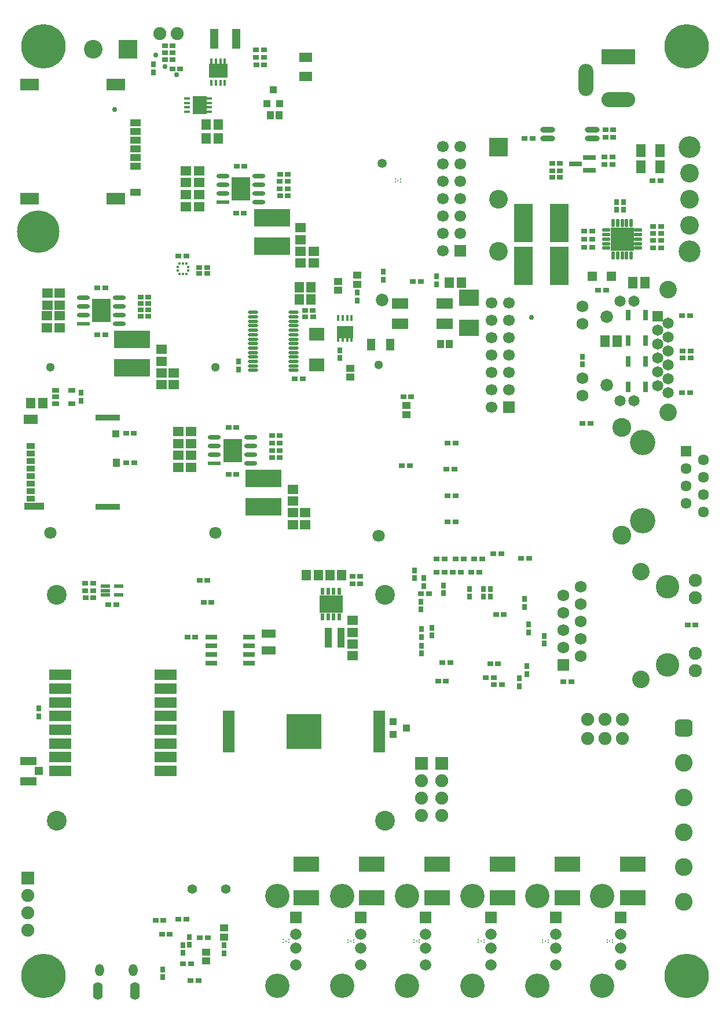
<source format=gbs>
G04*
G04 #@! TF.GenerationSoftware,Altium Limited,Altium Designer,24.0.1 (36)*
G04*
G04 Layer_Color=16711935*
%FSLAX42Y42*%
%MOMM*%
G71*
G04*
G04 #@! TF.SameCoordinates,E1E02590-05F2-4693-A132-99C86EA4FF08*
G04*
G04*
G04 #@! TF.FilePolarity,Negative*
G04*
G01*
G75*
%ADD38R,0.81X0.36*%
%ADD42R,0.36X0.81*%
%ADD62R,0.80X0.95*%
%ADD64R,1.05X1.15*%
%ADD65R,0.95X0.80*%
%ADD71R,1.15X1.05*%
%ADD72R,1.55X1.35*%
%ADD77R,1.10X1.10*%
%ADD79R,1.10X1.10*%
%ADD84R,1.85X1.40*%
%ADD88R,1.32X0.56*%
%ADD95C,1.90*%
%ADD96C,1.35*%
%ADD97C,1.85*%
%ADD98C,6.20*%
%ADD99C,1.93*%
%ADD100C,1.73*%
%ADD101C,1.65*%
%ADD102R,1.73X1.73*%
%ADD103R,1.65X1.65*%
%ADD104R,1.90X1.90*%
%ADD105C,1.70*%
%ADD106C,1.61*%
%ADD107R,1.61X1.61*%
%ADD108C,2.56*%
%ADD109C,2.77*%
%ADD110R,1.66X1.66*%
%ADD111O,4.95X2.20*%
%ADD112C,3.20*%
%ADD113C,2.74*%
%ADD114C,2.60*%
%ADD115R,2.74X2.74*%
%ADD116C,1.66*%
%ADD117C,1.40*%
%ADD118C,3.57*%
%ADD119O,2.20X4.70*%
%ADD120R,4.95X2.20*%
%ADD121R,1.70X1.70*%
%ADD122O,1.30X1.80*%
%ADD123O,1.40X2.60*%
G04:AMPARAMS|DCode=124|XSize=2.6mm|YSize=2.6mm|CornerRadius=0.7mm|HoleSize=0mm|Usage=FLASHONLY|Rotation=90.000|XOffset=0mm|YOffset=0mm|HoleType=Round|Shape=RoundedRectangle|*
%AMROUNDEDRECTD124*
21,1,2.60,1.20,0,0,90.0*
21,1,1.20,2.60,0,0,90.0*
1,1,1.40,0.60,0.60*
1,1,1.40,0.60,-0.60*
1,1,1.40,-0.60,-0.60*
1,1,1.40,-0.60,0.60*
%
%ADD124ROUNDEDRECTD124*%
%ADD125C,3.45*%
%ADD126C,2.90*%
%ADD127C,1.30*%
%ADD128C,1.80*%
%ADD129C,3.71*%
%ADD130C,1.83*%
%ADD131C,6.49*%
%ADD132C,0.76*%
%ADD184C,0.25*%
%ADD190R,2.49X1.50*%
%ADD196R,0.36X0.86*%
%ADD197R,1.27X1.78*%
%ADD198R,2.26X1.88*%
G04:AMPARAMS|DCode=202|XSize=1.93mm|YSize=0.61mm|CornerRadius=0.31mm|HoleSize=0mm|Usage=FLASHONLY|Rotation=0.000|XOffset=0mm|YOffset=0mm|HoleType=Round|Shape=RoundedRectangle|*
%AMROUNDEDRECTD202*
21,1,1.93,0.00,0,0,0.0*
21,1,1.32,0.61,0,0,0.0*
1,1,0.61,0.66,0.00*
1,1,0.61,-0.66,0.00*
1,1,0.61,-0.66,0.00*
1,1,0.61,0.66,0.00*
%
%ADD202ROUNDEDRECTD202*%
%ADD203R,1.93X0.61*%
%ADD218R,2.70X5.60*%
%ADD222R,2.71X3.35*%
%ADD230R,1.55X1.10*%
%ADD231R,2.81X1.76*%
%ADD232R,0.35X0.38*%
%ADD233R,0.38X0.35*%
%ADD234R,2.95X2.36*%
%ADD235R,3.71X2.27*%
%ADD236R,0.53X1.12*%
%ADD237R,1.00X2.90*%
%ADD238R,1.35X1.55*%
%ADD239O,1.50X0.55*%
%ADD240R,3.20X1.60*%
%ADD241R,1.25X1.20*%
%ADD242R,0.75X1.60*%
%ADD243R,5.30X2.55*%
%ADD244R,1.00X0.75*%
%ADD245R,1.30X0.90*%
%ADD246R,0.98X1.25*%
%ADD247R,1.13X1.10*%
%ADD248R,1.70X6.20*%
%ADD249R,1.34X1.67*%
%ADD250R,3.35X3.35*%
G04:AMPARAMS|DCode=251|XSize=1.25mm|YSize=0.54mm|CornerRadius=0.14mm|HoleSize=0mm|Usage=FLASHONLY|Rotation=270.000|XOffset=0mm|YOffset=0mm|HoleType=Round|Shape=RoundedRectangle|*
%AMROUNDEDRECTD251*
21,1,1.25,0.25,0,0,270.0*
21,1,0.97,0.54,0,0,270.0*
1,1,0.29,-0.13,-0.48*
1,1,0.29,-0.13,0.48*
1,1,0.29,0.13,0.48*
1,1,0.29,0.13,-0.48*
%
%ADD251ROUNDEDRECTD251*%
%ADD252R,1.40X1.40*%
%ADD253R,1.70X0.80*%
%ADD254O,2.15X0.85*%
G04:AMPARAMS|DCode=255|XSize=0.54mm|YSize=1.25mm|CornerRadius=0.14mm|HoleSize=0mm|Usage=FLASHONLY|Rotation=270.000|XOffset=0mm|YOffset=0mm|HoleType=Round|Shape=RoundedRectangle|*
%AMROUNDEDRECTD255*
21,1,0.54,0.97,0,0,270.0*
21,1,0.25,1.25,0,0,270.0*
1,1,0.29,-0.48,-0.13*
1,1,0.29,-0.48,0.13*
1,1,0.29,0.48,0.13*
1,1,0.29,0.48,-0.13*
%
%ADD255ROUNDEDRECTD255*%
%ADD256R,1.40X1.85*%
%ADD257R,1.16X2.92*%
%ADD258R,1.90X0.80*%
%ADD259R,2.10X1.30*%
%ADD260R,3.43X2.51*%
%ADD261R,2.40X1.25*%
%ADD262R,3.53X0.90*%
%ADD263R,3.00X1.06*%
%ADD264R,2.03X1.34*%
%ADD265R,5.20X5.20*%
G36*
X4929Y9903D02*
X4698D01*
Y9723D01*
X4929D01*
Y9903D01*
D02*
G37*
G36*
X2789Y13266D02*
Y12997D01*
X2588D01*
Y13266D01*
X2789D01*
D02*
G37*
G36*
X2824Y13736D02*
X3093D01*
Y13536D01*
X2824D01*
Y13736D01*
D02*
G37*
D38*
X2507Y13229D02*
D03*
X2827Y13034D02*
D03*
Y13099D02*
D03*
Y13164D02*
D03*
Y13229D02*
D03*
X2507Y13034D02*
D03*
Y13099D02*
D03*
Y13164D02*
D03*
D42*
X2861Y13774D02*
D03*
X2926D02*
D03*
X2991D02*
D03*
X3056D02*
D03*
X2861Y13454D02*
D03*
X3056D02*
D03*
X2991D02*
D03*
X2926D02*
D03*
D62*
X7365Y4754D02*
D03*
Y4639D02*
D03*
X5371Y10695D02*
D03*
Y10580D02*
D03*
X3046Y850D02*
D03*
Y735D02*
D03*
X7443Y5799D02*
D03*
Y5914D02*
D03*
X8287Y9339D02*
D03*
X6250Y6111D02*
D03*
X5965Y6101D02*
D03*
X8287Y9454D02*
D03*
X6834Y6060D02*
D03*
X4736Y9547D02*
D03*
X7469Y4930D02*
D03*
X5933Y5355D02*
D03*
X7500Y5426D02*
D03*
X7724Y5375D02*
D03*
X5965Y6216D02*
D03*
X332Y4199D02*
D03*
X954Y8924D02*
D03*
X6148Y10514D02*
D03*
X2144Y499D02*
D03*
X2440Y737D02*
D03*
X2535Y973D02*
D03*
X8890Y11717D02*
D03*
X2009Y13725D02*
D03*
X8890Y11602D02*
D03*
X8785D02*
D03*
Y11717D02*
D03*
X4736Y9432D02*
D03*
X2009Y13610D02*
D03*
X4991Y10389D02*
D03*
X2144Y384D02*
D03*
X2440Y852D02*
D03*
X2535Y858D02*
D03*
X332Y4314D02*
D03*
X7469Y4815D02*
D03*
X5933Y5470D02*
D03*
X5932Y5116D02*
D03*
X6085Y5493D02*
D03*
X5921Y5760D02*
D03*
X5831Y6332D02*
D03*
X6834Y5945D02*
D03*
X6941D02*
D03*
X6637Y5945D02*
D03*
X7500Y5541D02*
D03*
X7724Y5260D02*
D03*
X6148Y10629D02*
D03*
X6250Y5996D02*
D03*
X3253Y9382D02*
D03*
X4991Y10274D02*
D03*
X954Y8809D02*
D03*
X5932Y5231D02*
D03*
X6085Y5378D02*
D03*
X5921Y5875D02*
D03*
X5831Y6217D02*
D03*
X6941Y6060D02*
D03*
X6637Y6060D02*
D03*
X3253Y9267D02*
D03*
D64*
X6339Y9639D02*
D03*
X6208Y9640D02*
D03*
X3851Y12980D02*
D03*
X3720D02*
D03*
D65*
X2292Y13794D02*
D03*
X2177D02*
D03*
X2292Y13898D02*
D03*
X2177D02*
D03*
X2287Y13660D02*
D03*
X2402D02*
D03*
X2177Y14003D02*
D03*
X2292D02*
D03*
X2680Y10669D02*
D03*
X2795D02*
D03*
Y10761D02*
D03*
X2680D02*
D03*
X2377Y10926D02*
D03*
X2492D02*
D03*
X2747Y5866D02*
D03*
X2862D02*
D03*
X2687Y6183D02*
D03*
X2802D02*
D03*
X6775Y6300D02*
D03*
X6660D02*
D03*
X7023Y5689D02*
D03*
X7138D02*
D03*
X9939Y5530D02*
D03*
X4923Y6247D02*
D03*
Y6133D02*
D03*
X8007Y4699D02*
D03*
X6428Y7042D02*
D03*
X6315Y7424D02*
D03*
X6413Y7808D02*
D03*
X9750Y9438D02*
D03*
X9746Y10050D02*
D03*
X9750Y9539D02*
D03*
X9744Y8930D02*
D03*
X6315Y8190D02*
D03*
X7051Y4969D02*
D03*
X7106Y4658D02*
D03*
X9824Y5530D02*
D03*
X4229Y10129D02*
D03*
X4230Y10035D02*
D03*
X4344Y10129D02*
D03*
X4345Y10035D02*
D03*
X6354Y4981D02*
D03*
X6819Y6494D02*
D03*
X6547D02*
D03*
X6270D02*
D03*
X6267Y6302D02*
D03*
X7096Y6573D02*
D03*
X5038Y6247D02*
D03*
X8287Y8481D02*
D03*
X8402D02*
D03*
X1824Y10141D02*
D03*
X1824Y10325D02*
D03*
X1824Y10232D02*
D03*
X1939Y10141D02*
D03*
X1939Y10048D02*
D03*
X1194Y10460D02*
D03*
X1193Y9777D02*
D03*
X1308D02*
D03*
X3976Y11911D02*
D03*
X3977Y11810D02*
D03*
X1727Y8335D02*
D03*
X1618Y7904D02*
D03*
X1612Y8335D02*
D03*
X3860Y7982D02*
D03*
X3860Y8081D02*
D03*
X5761Y7864D02*
D03*
X5646D02*
D03*
X5921Y10557D02*
D03*
X5806D02*
D03*
X2560Y581D02*
D03*
X2690Y964D02*
D03*
X2135Y1009D02*
D03*
X2493Y1234D02*
D03*
X2042Y1217D02*
D03*
X2553Y332D02*
D03*
X9435Y11358D02*
D03*
Y11047D02*
D03*
Y11151D02*
D03*
Y11255D02*
D03*
X8629Y10429D02*
D03*
X3626Y13940D02*
D03*
X3629Y13827D02*
D03*
X3633Y13718D02*
D03*
X7557Y12642D02*
D03*
X8623Y12666D02*
D03*
Y12768D02*
D03*
X9320Y11047D02*
D03*
X8428Y11292D02*
D03*
X9320Y11151D02*
D03*
Y11255D02*
D03*
X8428Y11057D02*
D03*
Y11174D02*
D03*
X9320Y11358D02*
D03*
X9427Y12029D02*
D03*
X7842Y12278D02*
D03*
X8725Y12371D02*
D03*
X8313Y11292D02*
D03*
Y11174D02*
D03*
Y11057D02*
D03*
X4195Y9133D02*
D03*
X8514Y10429D02*
D03*
X3518Y13718D02*
D03*
X7957Y12278D02*
D03*
Y12174D02*
D03*
X7957Y12076D02*
D03*
X8738Y12768D02*
D03*
X7842Y12174D02*
D03*
X8609Y12266D02*
D03*
X8610Y12371D02*
D03*
X3511Y13940D02*
D03*
X3514Y13827D02*
D03*
X3745Y8081D02*
D03*
X3861Y11911D02*
D03*
X3111Y8420D02*
D03*
X3745Y8190D02*
D03*
X3745Y8298D02*
D03*
X3109Y7731D02*
D03*
X3224D02*
D03*
X3862Y12123D02*
D03*
X3861Y12018D02*
D03*
X3219Y11555D02*
D03*
X3334D02*
D03*
X3977Y12123D02*
D03*
X5782Y8867D02*
D03*
X3230Y12239D02*
D03*
X1131Y6036D02*
D03*
X1132Y5934D02*
D03*
X1016Y6036D02*
D03*
Y6140D02*
D03*
X2623Y5357D02*
D03*
X2508D02*
D03*
X3745Y7982D02*
D03*
X7442Y12642D02*
D03*
X8738Y12666D02*
D03*
X7842Y12076D02*
D03*
X8724Y12266D02*
D03*
X9312Y12029D02*
D03*
X2378Y1234D02*
D03*
X2445Y581D02*
D03*
X2805Y964D02*
D03*
X2250Y1009D02*
D03*
X2157Y1217D02*
D03*
X3345Y12239D02*
D03*
X3976Y12018D02*
D03*
X6041Y5991D02*
D03*
X6175Y4708D02*
D03*
X6239Y4981D02*
D03*
X6874Y4765D02*
D03*
X6704Y6494D02*
D03*
X6432D02*
D03*
X6155D02*
D03*
X6152Y6302D02*
D03*
X6392Y6302D02*
D03*
X6981Y6573D02*
D03*
X7507Y6508D02*
D03*
X6991Y4658D02*
D03*
X5038Y6133D02*
D03*
X3862Y11810D02*
D03*
X1352Y5829D02*
D03*
X6313Y7042D02*
D03*
X6430Y7424D02*
D03*
X6298Y7808D02*
D03*
X6430Y8190D02*
D03*
X8122Y4699D02*
D03*
X9865Y9438D02*
D03*
X9861Y10050D02*
D03*
X9865Y9539D02*
D03*
X9859Y8930D02*
D03*
X4080Y9133D02*
D03*
X1309Y10460D02*
D03*
X1824Y10048D02*
D03*
X1939Y10232D02*
D03*
X3226Y8420D02*
D03*
X3860Y8190D02*
D03*
X5667Y8867D02*
D03*
X1017Y5934D02*
D03*
X1131Y6140D02*
D03*
X1467Y5829D02*
D03*
X1939Y10325D02*
D03*
X1733Y7904D02*
D03*
X2668Y332D02*
D03*
X5926Y5991D02*
D03*
X6290Y4708D02*
D03*
X6989Y4765D02*
D03*
X6507Y6302D02*
D03*
X7392Y6508D02*
D03*
X6936Y4969D02*
D03*
X3860Y8298D02*
D03*
D71*
X3046Y1103D02*
D03*
Y972D02*
D03*
X2781Y753D02*
D03*
X5715Y8738D02*
D03*
X4892Y9287D02*
D03*
X4991Y10512D02*
D03*
X4716Y10423D02*
D03*
X2781Y622D02*
D03*
X5715Y8607D02*
D03*
X4892Y9156D02*
D03*
X4991Y10643D02*
D03*
X4716Y10554D02*
D03*
D72*
X4928Y5257D02*
D03*
X4927Y5423D02*
D03*
X4164Y10998D02*
D03*
X4164Y11164D02*
D03*
X4357Y10998D02*
D03*
X2560Y8013D02*
D03*
X2558Y8187D02*
D03*
X2374D02*
D03*
X2375Y8013D02*
D03*
X2485Y11820D02*
D03*
X2679Y11999D02*
D03*
X2680Y11820D02*
D03*
X2483Y11999D02*
D03*
X458Y10050D02*
D03*
X638D02*
D03*
X459Y10209D02*
D03*
X639D02*
D03*
X2560Y7838D02*
D03*
X2558Y8362D02*
D03*
X2374D02*
D03*
X2375Y7838D02*
D03*
X4164Y10823D02*
D03*
X4164Y11339D02*
D03*
X4357Y10823D02*
D03*
X2485Y11645D02*
D03*
X2679Y12174D02*
D03*
X4928Y5082D02*
D03*
X4927Y5598D02*
D03*
X4051Y7000D02*
D03*
X2680Y11645D02*
D03*
X2483Y12174D02*
D03*
X2132Y9561D02*
D03*
X2312Y9045D02*
D03*
X2134D02*
D03*
X458Y9875D02*
D03*
X638D02*
D03*
X459Y10384D02*
D03*
X639D02*
D03*
X4051Y7516D02*
D03*
X4230Y7000D02*
D03*
X2132Y9386D02*
D03*
X2312Y9220D02*
D03*
X2134D02*
D03*
X4051Y7175D02*
D03*
X4051Y7341D02*
D03*
X4230Y7175D02*
D03*
D77*
X5517Y3932D02*
D03*
X5715Y4029D02*
D03*
X5517Y4122D02*
D03*
D79*
X3861Y13157D02*
D03*
X3764Y13355D02*
D03*
X3671Y13157D02*
D03*
D84*
X4236Y13832D02*
D03*
Y13552D02*
D03*
D88*
X1308Y6036D02*
D03*
Y6102D02*
D03*
X1501D02*
D03*
Y5970D02*
D03*
X1308D02*
D03*
D95*
X2105Y14179D02*
D03*
X2359D02*
D03*
X6229Y3256D02*
D03*
Y2748D02*
D03*
Y3002D02*
D03*
X178Y1575D02*
D03*
X5935Y3252D02*
D03*
X178Y1067D02*
D03*
Y1321D02*
D03*
X8867Y4153D02*
D03*
Y3873D02*
D03*
X5935Y2744D02*
D03*
X8613Y4153D02*
D03*
Y3873D02*
D03*
X8359D02*
D03*
Y4153D02*
D03*
X5935Y2998D02*
D03*
D96*
X5356Y12280D02*
D03*
D97*
Y10280D02*
D03*
D98*
X331Y11283D02*
D03*
D99*
X9940Y5931D02*
D03*
Y5114D02*
D03*
Y6185D02*
D03*
Y4860D02*
D03*
D100*
X8288Y9936D02*
D03*
Y9141D02*
D03*
X8005Y5205D02*
D03*
X8259Y5078D02*
D03*
X8005Y5459D02*
D03*
X8259Y5332D02*
D03*
X8005Y5713D02*
D03*
X8259Y5586D02*
D03*
X8005Y5967D02*
D03*
X8259Y5840D02*
D03*
X8288Y10190D02*
D03*
Y8887D02*
D03*
X8259Y6094D02*
D03*
D101*
X9538Y9336D02*
D03*
X9388Y9235D02*
D03*
Y9844D02*
D03*
X9538Y9945D02*
D03*
Y9742D02*
D03*
X9388Y9641D02*
D03*
Y9032D02*
D03*
X9538Y9133D02*
D03*
X9388Y9438D02*
D03*
X9538Y9539D02*
D03*
Y8930D02*
D03*
X9040Y8807D02*
D03*
X8837D02*
D03*
X9040Y10270D02*
D03*
X8837D02*
D03*
D102*
X8005Y4951D02*
D03*
D103*
X9388Y10047D02*
D03*
D104*
X6229Y3510D02*
D03*
X5935Y3506D02*
D03*
X178Y1829D02*
D03*
D105*
X6245Y11004D02*
D03*
Y11258D02*
D03*
Y11512D02*
D03*
X7209Y9985D02*
D03*
Y9731D02*
D03*
X6955Y9477D02*
D03*
Y8715D02*
D03*
X7209Y10239D02*
D03*
X6955Y9985D02*
D03*
Y9731D02*
D03*
X7209Y9477D02*
D03*
X6245Y11766D02*
D03*
Y12020D02*
D03*
Y12274D02*
D03*
Y12528D02*
D03*
X6499Y11766D02*
D03*
Y12274D02*
D03*
Y12528D02*
D03*
Y11258D02*
D03*
X6955Y10239D02*
D03*
Y8969D02*
D03*
X6499Y12020D02*
D03*
X6955Y9223D02*
D03*
X7209D02*
D03*
X6499Y11512D02*
D03*
X7209Y8969D02*
D03*
D106*
X9801Y7314D02*
D03*
X10055Y7187D02*
D03*
Y7695D02*
D03*
X9801Y7568D02*
D03*
Y7822D02*
D03*
X10055Y7441D02*
D03*
Y7949D02*
D03*
D107*
X9801Y8076D02*
D03*
D108*
X9538Y10438D02*
D03*
Y8640D02*
D03*
X9140Y6310D02*
D03*
Y4735D02*
D03*
D109*
X8861Y6844D02*
D03*
Y8419D02*
D03*
D110*
X7896Y1261D02*
D03*
X6945D02*
D03*
X8847D02*
D03*
X4093D02*
D03*
X5043D02*
D03*
X5994D02*
D03*
D111*
X8814Y13209D02*
D03*
D112*
X9848Y12517D02*
D03*
Y10993D02*
D03*
D113*
Y12136D02*
D03*
X7054Y11755D02*
D03*
X1134Y13951D02*
D03*
X7054Y10993D02*
D03*
X9848Y11755D02*
D03*
Y11374D02*
D03*
D114*
X9770Y2506D02*
D03*
Y3522D02*
D03*
Y1998D02*
D03*
Y3014D02*
D03*
Y1490D02*
D03*
D115*
X7054Y12517D02*
D03*
X1642Y13951D02*
D03*
D116*
X8847Y1011D02*
D03*
Y811D02*
D03*
X7896Y1011D02*
D03*
Y811D02*
D03*
X6945Y1011D02*
D03*
Y811D02*
D03*
X5994Y1011D02*
D03*
Y811D02*
D03*
X5043Y1011D02*
D03*
Y811D02*
D03*
X4093Y1011D02*
D03*
Y811D02*
D03*
Y561D02*
D03*
X5043D02*
D03*
X5994D02*
D03*
X7896D02*
D03*
X6945D02*
D03*
X8847D02*
D03*
D117*
X2582Y1673D02*
D03*
X3070D02*
D03*
D118*
X3822Y1568D02*
D03*
Y254D02*
D03*
X4772Y1568D02*
D03*
Y254D02*
D03*
X5723Y1568D02*
D03*
Y254D02*
D03*
X7625Y1568D02*
D03*
Y254D02*
D03*
X6674Y1568D02*
D03*
Y254D02*
D03*
X8576Y1568D02*
D03*
Y254D02*
D03*
D119*
X8334Y13499D02*
D03*
D120*
X8814Y13839D02*
D03*
D121*
X7209Y8715D02*
D03*
X6499Y11004D02*
D03*
D122*
X1228Y489D02*
D03*
X1713D02*
D03*
D123*
X1198Y186D02*
D03*
X1743D02*
D03*
D124*
X9770Y4030D02*
D03*
D125*
X9529Y4951D02*
D03*
Y6094D02*
D03*
D126*
X5397Y5974D02*
D03*
X597D02*
D03*
X5397Y2674D02*
D03*
X597D02*
D03*
D127*
X2916Y9301D02*
D03*
X506D02*
D03*
X5306Y9336D02*
D03*
D128*
X506Y6881D02*
D03*
X2916D02*
D03*
X5306Y6836D02*
D03*
D129*
X9166Y8203D02*
D03*
Y7060D02*
D03*
D130*
X8639Y9038D02*
D03*
Y10039D02*
D03*
D131*
X400Y400D02*
D03*
X9811Y400D02*
D03*
X400Y13992D02*
D03*
X9811Y13992D02*
D03*
D132*
X2349Y13573D02*
D03*
X2042Y13861D02*
D03*
X2181Y13696D02*
D03*
X1441Y13072D02*
D03*
X7541Y10026D02*
D03*
D184*
X5588Y12030D02*
D03*
X5548Y12010D02*
D03*
Y12050D02*
D03*
X5628Y12010D02*
D03*
Y12050D02*
D03*
X8726Y929D02*
D03*
Y889D02*
D03*
X7783Y929D02*
D03*
Y889D02*
D03*
X6842Y929D02*
D03*
Y889D02*
D03*
X5900Y929D02*
D03*
Y889D02*
D03*
X8646Y929D02*
D03*
Y889D02*
D03*
X7703Y929D02*
D03*
Y889D02*
D03*
X4939Y929D02*
D03*
Y889D02*
D03*
X3990Y933D02*
D03*
Y893D02*
D03*
X7743Y909D02*
D03*
X5860D02*
D03*
X4899D02*
D03*
X3950Y913D02*
D03*
X8686Y909D02*
D03*
X6802D02*
D03*
X6762Y929D02*
D03*
Y889D02*
D03*
X5820Y929D02*
D03*
Y889D02*
D03*
X4859Y929D02*
D03*
Y889D02*
D03*
X3910Y933D02*
D03*
Y893D02*
D03*
D190*
X5618Y10234D02*
D03*
X6268D02*
D03*
Y9934D02*
D03*
X5618D02*
D03*
D196*
X4911Y10023D02*
D03*
X4716D02*
D03*
X4781D02*
D03*
X4846D02*
D03*
X4911Y9713D02*
D03*
X4846D02*
D03*
X4781D02*
D03*
X4716D02*
D03*
D197*
X5476Y9627D02*
D03*
X5192D02*
D03*
D198*
X4399Y9780D02*
D03*
Y9338D02*
D03*
D202*
X1513Y10192D02*
D03*
Y10319D02*
D03*
X985D02*
D03*
X1513Y9938D02*
D03*
X3433Y8148D02*
D03*
X3554Y11969D02*
D03*
X2904Y8275D02*
D03*
X3433D02*
D03*
Y7894D02*
D03*
X3554Y12096D02*
D03*
Y11715D02*
D03*
X3026Y12096D02*
D03*
Y11842D02*
D03*
Y11969D02*
D03*
X2904Y8148D02*
D03*
Y8021D02*
D03*
X985Y10192D02*
D03*
Y10065D02*
D03*
X3554Y11842D02*
D03*
X3433Y8021D02*
D03*
X1513Y10065D02*
D03*
D203*
X985Y9938D02*
D03*
X2904Y7894D02*
D03*
X3026Y11715D02*
D03*
D218*
X7951Y11412D02*
D03*
Y10786D02*
D03*
X7421Y11412D02*
D03*
Y10786D02*
D03*
D222*
X3290Y11905D02*
D03*
X3169Y8084D02*
D03*
X1249Y10129D02*
D03*
D230*
X1747Y12745D02*
D03*
Y12491D02*
D03*
Y12364D02*
D03*
Y12237D02*
D03*
Y11856D02*
D03*
Y12618D02*
D03*
Y12872D02*
D03*
D231*
X1459Y13430D02*
D03*
X196D02*
D03*
Y11762D02*
D03*
X1459D02*
D03*
D232*
X2491Y10817D02*
D03*
X2441D02*
D03*
X2391D02*
D03*
Y10665D02*
D03*
X2441D02*
D03*
X2491D02*
D03*
D233*
X2364Y10766D02*
D03*
Y10716D02*
D03*
X2517D02*
D03*
Y10766D02*
D03*
D234*
X6629Y10317D02*
D03*
Y9875D02*
D03*
D235*
X5201Y1544D02*
D03*
Y2039D02*
D03*
X8069Y1544D02*
D03*
X7113D02*
D03*
X9025D02*
D03*
X4245D02*
D03*
X6157D02*
D03*
X8069Y2039D02*
D03*
X4245D02*
D03*
X6157D02*
D03*
X7113D02*
D03*
X9025D02*
D03*
D236*
X4647Y6026D02*
D03*
X4567Y5648D02*
D03*
X4647D02*
D03*
X4567Y6026D02*
D03*
X4487D02*
D03*
Y5648D02*
D03*
X4727D02*
D03*
Y6026D02*
D03*
D237*
X4568Y5347D02*
D03*
X4758D02*
D03*
D238*
X4143Y10473D02*
D03*
Y10295D02*
D03*
X4318Y10473D02*
D03*
Y10295D02*
D03*
X6514Y10539D02*
D03*
X6339D02*
D03*
X391Y8774D02*
D03*
X2781Y12648D02*
D03*
Y12851D02*
D03*
X4426Y6260D02*
D03*
X4592Y6259D02*
D03*
X2956Y12648D02*
D03*
Y12851D02*
D03*
X216Y8774D02*
D03*
X4251Y6260D02*
D03*
X4767Y6259D02*
D03*
D239*
X4061Y9906D02*
D03*
Y10101D02*
D03*
Y10036D02*
D03*
Y9971D02*
D03*
Y9256D02*
D03*
X3471Y9386D02*
D03*
Y9451D02*
D03*
Y9646D02*
D03*
Y9711D02*
D03*
Y9906D02*
D03*
Y9971D02*
D03*
X4061Y9841D02*
D03*
Y9646D02*
D03*
Y9581D02*
D03*
Y9451D02*
D03*
X3471Y9256D02*
D03*
Y9321D02*
D03*
X4061Y9516D02*
D03*
Y9321D02*
D03*
Y9386D02*
D03*
Y9711D02*
D03*
Y9776D02*
D03*
X3471Y10101D02*
D03*
Y10036D02*
D03*
Y9841D02*
D03*
Y9776D02*
D03*
Y9581D02*
D03*
Y9516D02*
D03*
D240*
X2190Y4201D02*
D03*
Y4401D02*
D03*
Y4601D02*
D03*
Y4001D02*
D03*
Y3801D02*
D03*
X650Y3401D02*
D03*
Y4201D02*
D03*
X2190Y4801D02*
D03*
Y3401D02*
D03*
X650Y3601D02*
D03*
Y4801D02*
D03*
Y4601D02*
D03*
Y4401D02*
D03*
Y4001D02*
D03*
Y3801D02*
D03*
X2190Y3601D02*
D03*
D241*
X336Y3398D02*
D03*
D242*
X9208Y9013D02*
D03*
X8954Y9383D02*
D03*
X9208Y9689D02*
D03*
X8954Y10059D02*
D03*
Y9689D02*
D03*
Y9013D02*
D03*
X9208Y10059D02*
D03*
Y9383D02*
D03*
D243*
X1702Y9707D02*
D03*
X3619Y7675D02*
D03*
X3746Y11485D02*
D03*
Y11070D02*
D03*
X1702Y9292D02*
D03*
X3619Y7260D02*
D03*
D244*
X577Y8770D02*
D03*
X817Y8960D02*
D03*
X577Y8865D02*
D03*
X817Y8770D02*
D03*
X577Y8960D02*
D03*
D245*
X217Y7820D02*
D03*
Y8040D02*
D03*
Y8150D02*
D03*
Y7380D02*
D03*
Y7490D02*
D03*
Y7930D02*
D03*
Y7710D02*
D03*
Y7600D02*
D03*
D246*
X1471Y7902D02*
D03*
D247*
X1463Y8329D02*
D03*
D248*
X5313Y3971D02*
D03*
X3116D02*
D03*
D249*
X8615Y9683D02*
D03*
X8793D02*
D03*
X9200Y10536D02*
D03*
X9022D02*
D03*
D250*
X8866Y11173D02*
D03*
D251*
X8996Y11409D02*
D03*
X8931D02*
D03*
X8866D02*
D03*
X8801D02*
D03*
X8736D02*
D03*
X8866Y10937D02*
D03*
X8931D02*
D03*
X8996D02*
D03*
X8801D02*
D03*
X8736D02*
D03*
D252*
X8712Y10630D02*
D03*
X8432D02*
D03*
D253*
X2857Y4971D02*
D03*
X2857Y5098D02*
D03*
X3407D02*
D03*
Y5225D02*
D03*
Y5352D02*
D03*
X2857Y5352D02*
D03*
X3407Y4971D02*
D03*
X2857Y5225D02*
D03*
D254*
X7775Y12642D02*
D03*
X8430D02*
D03*
Y12769D02*
D03*
X7775D02*
D03*
D255*
X9102Y11108D02*
D03*
X8630Y11238D02*
D03*
X9102Y11173D02*
D03*
Y11238D02*
D03*
X8630Y11108D02*
D03*
Y11173D02*
D03*
X9102Y11303D02*
D03*
Y11043D02*
D03*
X8630D02*
D03*
Y11303D02*
D03*
D256*
X9421Y12464D02*
D03*
Y12232D02*
D03*
X9141Y12464D02*
D03*
Y12232D02*
D03*
D257*
X3223Y14097D02*
D03*
X2898D02*
D03*
D258*
X8188Y12272D02*
D03*
X8388Y12367D02*
D03*
Y12177D02*
D03*
D259*
X3695Y5163D02*
D03*
Y5403D02*
D03*
D260*
X4607Y5837D02*
D03*
D261*
X184Y3251D02*
D03*
Y3546D02*
D03*
D262*
X1343Y7264D02*
D03*
Y8560D02*
D03*
D263*
X267Y7272D02*
D03*
D264*
X218Y8538D02*
D03*
D265*
X4215Y3971D02*
D03*
M02*

</source>
